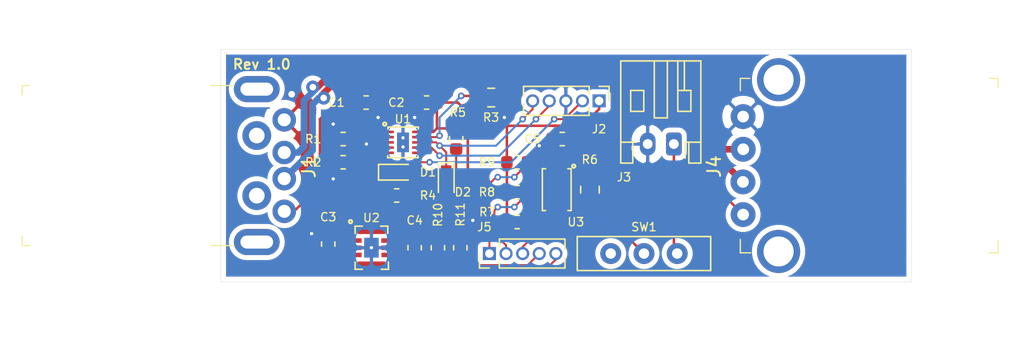
<source format=kicad_pcb>
(kicad_pcb (version 20221018) (generator pcbnew)
  (title_block (title "Power Subsystem Prototype") (date "2019-06-27") (rev "v1.0") (company "Author: Adam Eccles") (comment 1 "For nRF52840 dongle"))
  (layers (0 "F.Cu" signal) (31 "B.Cu" signal) (35 "F.Paste" user) (36 "B.SilkS" user "B.Silkscreen") (37 "F.SilkS" user "F.Silkscreen") (38 "B.Mask" user) (39 "F.Mask" user) (44 "Edge.Cuts" user))
  (net 0 "")
  (net 1 "VUSB")
  (net 2 "GNDREF")
  (net 3 "S+")
  (net 4 "1p8Vout")
  (net 5 "Net-(D1-Pad2)")
  (net 6 "PG")
  (net 7 "CHG")
  (net 8 "Net-(D2-Pad2)")
  (net 9 "D+")
  (net 10 "D-")
  (net 11 "ISET2")
  (net 12 "Net-(J3-Pad1)")
  (net 13 "CE")
  (net 14 "Net-(J5-Pad2)")
  (net 15 "Net-(R1-Pad1)")
  (net 16 "Net-(R2-Pad1)")
  (net 17 "S-")
  (net 18 "Net-(SW1-Pad3)")
  (net 19 "Net-(U1-Pad6)")
  (net 20 "Net-(U2-Pad5)")
  (net 21 "Net-(U2-Pad1)")
  (net 22 "Net-(U3-Pad7)")
  (net 23 "Net-(R3-Pad1)")
  (net 24 "CC")
  (net 25 "SCL")
  (footprint "Charger Prototype:USB_A_Female_UE27AC54100_3d" (layer "F.Cu") (at 142.748 92.71 90)
    (fp_text reference "J4" (at -0.075 -4.925 90) (layer "F.SilkS"))
    (fp_text value "USBA_Female")
    (fp_line (start -6.675 -2.925) (end -6.675 -2.125) (stroke (width 0.1)) (layer "F.SilkS"))
    (fp_line (start -6.675 16.775) (end -6.675 16.1) (stroke (width 0.1)) (layer "F.SilkS"))
    (fp_line (start -5.7 16.775) (end -6.675 16.775) (stroke (width 0.1)) (layer "F.SilkS"))
    (fp_line (start -5.65 -2.925) (end -6.675 -2.925) (stroke (width 0.1)) (layer "F.SilkS"))
    (fp_line (start 5.725 -2.925) (end 6.675 -2.925) (stroke (width 0.1)) (layer "F.SilkS"))
    (fp_line (start 6.675 -2.925) (end 6.675 -2.2) (stroke (width 0.1)) (layer "F.SilkS"))
    (fp_line (start 6.675 16.125) (end 6.675 16.775) (stroke (width 0.1)) (layer "F.SilkS"))
    (fp_line (start 6.675 16.775) (end 5.975 16.775) (stroke (width 0.1)) (layer "F.SilkS"))
    (pad "1" thru_hole circle (at -3.75 -2.71 90) (size 1.9 1.9) (drill 0.9) (layers "*.Cu" "*.Mask") (net 1 "VUSB"))
    (pad "2" thru_hole circle (at -1.25 -2.725 90) (size 1.9 1.9) (drill 0.9) (layers "*.Cu" "*.Mask") (net 10 "D-"))
    (pad "3" thru_hole circle (at 1.25 -2.7 90) (size 1.9 1.9) (drill 0.9) (layers "*.Cu" "*.Mask") (net 9 "D+"))
    (pad "4" thru_hole circle (at 3.75 -2.71 90) (size 1.9 1.9) (drill 0.9) (layers "*.Cu" "*.Mask") (net 2 "GNDREF"))
    (pad "SH" thru_hole circle (at -6.57 0 90) (size 3.3 3.3) (drill 2.3) (layers "*.Cu" "*.Mask"))
    (pad "SH" thru_hole circle (at 6.57 0 90) (size 3.3 3.3) (drill 2.3) (layers "*.Cu" "*.Mask"))
  )
  (footprint "Charger Prototype:Wurth_SPDT_Slide_450301014042" (layer "F.Cu") (at 132.461 99.441 180)
    (fp_text reference "SW1" (at 0 2.032) (layer "F.SilkS") (effects (font (size 0.635 0.635) (thickness 0.1016))))
    (fp_text value "SW_SPDT")
    (fp_line (start -5.1 -1.3) (end -5.1 1.3) (stroke (width 0.12)) (layer "F.SilkS"))
    (fp_line (start -5.1 1.3) (end 5.1 1.3) (stroke (width 0.12)) (layer "F.SilkS"))
    (fp_line (start 5.1 -1.3) (end -5.1 -1.3) (stroke (width 0.12)) (layer "F.SilkS"))
    (fp_line (start 5.1 1.3) (end 5.1 -1.3) (stroke (width 0.12)) (layer "F.SilkS"))
    (pad "1" thru_hole circle (at 0 0 180) (size 1.6 1.6) (drill 0.8) (layers "*.Cu" "*.Mask") (net 17 "S-"))
    (pad "2" thru_hole circle (at -2.54 0 180) (size 1.6 1.6) (drill 0.8) (layers "*.Cu" "*.Mask") (net 12 "Net-(J3-Pad1)"))
    (pad "3" thru_hole circle (at 2.54 0 180) (size 1.6 1.6) (drill 0.8) (layers "*.Cu" "*.Mask") (net 18 "Net-(SW1-Pad3)"))
  )
  (footprint "Charger Prototype:USB_Male_A_UP2-AH-1-TH_3d" (layer "F.Cu") (at 102.87 92.71 -90)
    (fp_text reference "J1" (at 0.1 -3.975 90) (layer "F.SilkS"))
    (fp_text value "USBA_Male")
    (fp_line (start -6.125 1.8) (end -6.125 3.575) (stroke (width 0.1)) (layer "F.SilkS"))
    (fp_line (start -6.125 17.925) (end -6.125 17.375) (stroke (width 0.1)) (layer "F.SilkS"))
    (fp_line (start -5.425 17.925) (end -6.125 17.925) (stroke (width 0.1)) (layer "F.SilkS"))
    (fp_line (start 5.4 17.925) (end 6.125 17.925) (stroke (width 0.1)) (layer "F.SilkS"))
    (fp_line (start 6.125 1.8) (end 6.125 2.575) (stroke (width 0.1)) (layer "F.SilkS"))
    (fp_line (start 6.125 2.55) (end 6.125 3.5) (stroke (width 0.1)) (layer "F.SilkS"))
    (fp_line (start 6.125 17.925) (end 6.125 17.325) (stroke (width 0.1)) (layer "F.SilkS"))
    (pad "1" thru_hole circle (at 3.5 -2.1 270) (size 1.8 1.8) (drill 1) (layers "*.Cu" "*.Mask") (net 1 "VUSB"))
    (pad "2" thru_hole circle (at 1 -2.1 270) (size 1.8 1.8) (drill 1) (layers "*.Cu" "*.Mask") (net 10 "D-"))
    (pad "3" thru_hole circle (at -1 -2.1 270) (size 1.8 1.8) (drill 1) (layers "*.Cu" "*.Mask") (net 9 "D+"))
    (pad "4" thru_hole circle (at -3.5 -2.1 270) (size 1.8 1.8) (drill 1) (layers "*.Cu" "*.Mask") (net 2 "GNDREF"))
    (pad "SH" thru_hole oval (at -5.85 0 270) (size 2 3.5) (drill oval 1 2.5) (layers "*.Cu" "*.Mask"))
    (pad "SH" thru_hole circle (at -2.3 0 270) (size 2.2 2.2) (drill 1.2) (layers "*.Cu" "*.Mask"))
    (pad "SH" thru_hole circle (at 2.3 0 270) (size 2.2 2.2) (drill 1.2) (layers "*.Cu" "*.Mask"))
    (pad "SH" thru_hole oval (at 5.85 0 270) (size 2 3.5) (drill oval 1 2.5) (layers "*.Cu" "*.Mask"))
  )
  (footprint "Charger Prototype:XCL210_10mil" (layer "F.Cu") (at 111.633 98.9965 -90)
    (fp_text reference "U2" (at -2.286 0 180) (layer "F.SilkS") (effects (font (size 0.635 0.635) (thickness 0.1016))))
    (fp_text value "XCL210D")
    (fp_line (start -1.65 -0.7) (end -1.65 -1.25) (stroke (width 0.12)) (layer "F.SilkS"))
    (fp_line (start -1.65 1.25) (end -1.65 0.7) (stroke (width 0.12)) (layer "F.SilkS"))
    (fp_line (start -1.1 -1.25) (end -1.65 -1.25) (stroke (width 0.12)) (layer "F.SilkS"))
    (fp_line (start -1.1 1.25) (end -1.65 1.25) (stroke (width 0.12)) (layer "F.SilkS"))
    (fp_line (start 1.65 -1.3) (end 1.1 -1.3) (stroke (width 0.12)) (layer "F.SilkS"))
    (fp_line (start 1.65 -0.75) (end 1.65 -1.3) (stroke (width 0.12)) (layer "F.SilkS"))
    (fp_line (start 1.65 1.25) (end 1.1 1.25) (stroke (width 0.12)) (layer "F.SilkS"))
    (fp_line (start 1.65 1.25) (end 1.65 0.7) (stroke (width 0.12)) (layer "F.SilkS"))
    (fp_circle (center -2 1.6) (end -1.95 1.6) (stroke (width 0.15)) (fill none) (layer "F.SilkS"))
    (pad "1" smd rect (at -0.55 1.4375 270) (size 0.35 1.375) (layers "F.Cu" "F.Mask") (net 21 "Net-(U2-Pad1)"))
    (pad "2" smd rect (at 0 1.4375 270) (size 0.35 1.375) (layers "F.Cu" "F.Mask") (net 2 "GNDREF"))
    (pad "3" smd rect (at 0.55 1.4375 270) (size 0.35 1.375) (layers "F.Cu" "F.Mask") (net 4 "1p8Vout"))
    (pad "4" smd rect (at 0.55 -1.45 270) (size 0.35 1.375) (layers "F.Cu" "F.Mask") (net 13 "CE"))
    (pad "5" smd rect (at 0 -1.4375 270) (size 0.35 1.375) (layers "F.Cu" "F.Mask") (net 20 "Net-(U2-Pad5)"))
    (pad "6" smd rect (at -0.55 -1.4375 270) (size 0.35 1.375) (layers "F.Cu" "F.Mask") (net 3 "S+"))
    (pad "7" smd rect (at -1.25 0 270) (size 0.4 2.1) (layers "F.Cu" "F.Mask") (net 21 "Net-(U2-Pad1)"))
    (pad "8" smd rect (at 1.25 0 270) (size 0.4 2.1) (layers "F.Cu" "F.Mask") (net 4 "1p8Vout"))
    (pad "9" thru_hole rect (at 0 0 270) (size 1.5 1.1) (drill 0.254) (layers "*.Cu" "F.Mask") (net 2 "GNDREF"))
  )
  (footprint "Resistor_SMD:R_0603_1608Metric" (layer "F.Cu") (at 118.11 90.6525 90)
    (fp_text reference "R5" (at 2.0065 0.127 180) (layer "F.SilkS") (effects (font (size 0.635 0.635) (thickness 0.1016))))
    (fp_text value "1.5k")
    (fp_line (start -0.162779 -0.51) (end 0.162779 -0.51) (stroke (width 0.12)) (layer "F.SilkS"))
    (fp_line (start -0.162779 0.51) (end 0.162779 0.51) (stroke (width 0.12)) (layer "F.SilkS"))
    (pad "1" smd roundrect (at -0.7875 0 90) (size 0.875 0.95) (layers "F.Cu" "F.Paste" "F.Mask") (net 8 "Net-(D2-Pad2)"))
    (pad "2" smd roundrect (at 0.7875 0 90) (size 0.875 0.95) (layers "F.Cu" "F.Paste" "F.Mask") (net 3 "S+"))
  )
  (footprint "Charger Prototype:BQ24040_10mil" (layer "F.Cu") (at 114.046 90.932)
    (fp_text reference "U1" (at 0 -1.778) (layer "F.SilkS") (effects (font (size 0.635 0.635) (thickness 0.1016))))
    (fp_text value "BQ24040")
    (fp_line (start -1.175 1.175) (end -1.175 1.025) (stroke (width 0.12)) (layer "F.SilkS"))
    (fp_line (start -1.15 -1.175) (end -1.15 -1.025) (stroke (width 0.12)) (layer "F.SilkS"))
    (fp_line (start 1.15 1.175) (end -1.175 1.175) (stroke (width 0.12)) (layer "F.SilkS"))
    (fp_line (start 1.15 1.175) (end 1.15 1.025) (stroke (width 0.12)) (layer "F.SilkS"))
    (fp_line (start 1.175 -1.175) (end -1.15 -1.175) (stroke (width 0.12)) (layer "F.SilkS"))
    (fp_line (start 1.175 -1.175) (end 1.175 -1.025) (stroke (width 0.12)) (layer "F.SilkS"))
    (fp_circle (center -1.4 -1.4) (end -1.35 -1.4) (stroke (width 0.15)) (fill none) (layer "F.SilkS"))
    (pad "1" smd roundrect (at -1.425 -0.8) (size 1.45 0.2) (layers "F.Cu" "F.Mask") (roundrect_rratio 0.062) (net 1 "VUSB"))
    (pad "2" smd roundrect (at -1.425 -0.4) (size 1.45 0.2) (layers "F.Cu" "F.Mask") (roundrect_rratio 0.062) (net 15 "Net-(R1-Pad1)"))
    (pad "3" smd roundrect (at -1.425 0) (size 1.45 0.2) (layers "F.Cu" "F.Mask") (roundrect_rratio 0.062) (net 2 "GNDREF"))
    (pad "4" smd roundrect (at -1.425 0.4) (size 1.45 0.2) (layers "F.Cu" "F.Mask") (roundrect_rratio 0.062) (net 16 "Net-(R2-Pad1)"))
    (pad "5" smd roundrect (at -1.425 0.8) (size 1.45 0.2) (layers "F.Cu" "F.Mask") (roundrect_rratio 0.062) (net 6 "PG"))
    (pad "6" smd roundrect (at 1.425 0.8) (size 1.45 0.2) (layers "F.Cu" "F.Mask") (roundrect_rratio 0.062) (net 19 "Net-(U1-Pad6)"))
    (pad "7" smd roundrect (at 1.425 0.4) (size 1.45 0.2) (layers "F.Cu" "F.Mask") (roundrect_rratio 0.062) (net 11 "ISET2"))
    (pad "8" smd roundrect (at 1.425 0) (size 1.45 0.2) (layers "F.Cu" "F.Mask") (roundrect_rratio 0.062) (net 7 "CHG"))
    (pad "9" smd roundrect (at 1.425 -0.4) (size 1.45 0.2) (layers "F.Cu" "F.Mask") (roundrect_rratio 0.062) (net 23 "Net-(R3-Pad1)"))
    (pad "10" smd roundrect (at 1.425 -0.8) (size 1.45 0.2) (layers "F.Cu" "F.Mask") (roundrect_rratio 0.062) (net 3 "S+"))
    (pad "11" thru_hole roundrect (at 0 -0.35) (size 0.9 0.8) (drill 0.254) (layers "*.Cu" "F.Mask") (roundrect_rratio 0.05) (net 2 "GNDREF"))
    (pad "11" thru_hole roundrect (at 0 0.35) (size 0.9 0.8) (drill 0.254) (layers "*.Cu" "F.Mask") (roundrect_rratio 0.05) (net 2 "GNDREF"))
  )
  (footprint "Resistor_SMD:R_0805_2012Metric_Pad1.15x1.40mm_HandSolder" (layer "F.Cu") (at 120.786 87.503)
    (fp_text reference "R3" (at -0.009 1.524) (layer "F.SilkS") (effects (font (size 0.635 0.635) (thickness 0.1016))))
    (fp_text value "103AT")
    (fp_line (start -0.261252 -0.71) (end 0.261252 -0.71) (stroke (width 0.12)) (layer "F.SilkS"))
    (fp_line (start -0.261252 0.71) (end 0.261252 0.71) (stroke (width 0.12)) (layer "F.SilkS"))
    (pad "1" smd roundrect (at -1.025 0) (size 1.15 1.4) (layers "F.Cu" "F.Paste" "F.Mask") (roundrect_rratio 0.217391) (net 23 "Net-(R3-Pad1)"))
    (pad "2" smd roundrect (at 1.025 0) (size 1.15 1.4) (layers "F.Cu" "F.Paste" "F.Mask") (roundrect_rratio 0.217391) (net 2 "GNDREF"))
  )
  (footprint "Resistor_SMD:R_0603_1608Metric" (layer "F.Cu") (at 116.713 98.9965 -90)
    (fp_text reference "R10" (at -2.5145 0 90) (layer "F.SilkS") (effects (font (size 0.635 0.635) (thickness 0.1016))))
    (fp_text value "DNS")
    (fp_line (start -0.162779 -0.51) (end 0.162779 -0.51) (stroke (width 0.12)) (layer "F.SilkS"))
    (fp_line (start -0.162779 0.51) (end 0.162779 0.51) (stroke (width 0.12)) (layer "F.SilkS"))
    (pad "1" smd roundrect (at -0.7875 0 270) (size 0.875 0.95) (layers "F.Cu" "F.Paste" "F.Mask") (net 3 "S+"))
    (pad "2" smd roundrect (at 0.7875 0 270) (size 0.875 0.95) (layers "F.Cu" "F.Paste" "F.Mask") (net 13 "CE"))
  )
  (footprint "Resistor_SMD:R_0603_1608Metric" (layer "F.Cu") (at 118.4275 98.9965 90)
    (fp_text reference "R11" (at 2.54 0 90) (layer "F.SilkS") (effects (font (size 0.635 0.635) (thickness 0.1016))))
    (fp_text value "DNS")
    (fp_line (start -0.162779 -0.51) (end 0.162779 -0.51) (stroke (width 0.12)) (layer "F.SilkS"))
    (fp_line (start -0.162779 0.51) (end 0.162779 0.51) (stroke (width 0.12)) (layer "F.SilkS"))
    (pad "1" smd roundrect (at -0.7875 0 90) (size 0.875 0.95) (layers "F.Cu" "F.Paste" "F.Mask") (net 13 "CE"))
    (pad "2" smd roundrect (at 0.7875 0 90) (size 0.875 0.95) (layers "F.Cu" "F.Paste" "F.Mask") (net 2 "GNDREF"))
  )
  (footprint "Resistor_SMD:R_0603_1608Metric" (layer "F.Cu") (at 122.771 92.456)
    (fp_text reference "R9" (at -2.3115 0) (layer "F.SilkS") (effects (font (size 0.635 0.635) (thickness 0.1016))))
    (fp_text value "2k")
    (fp_line (start -0.162779 -0.51) (end 0.162779 -0.51) (stroke (width 0.12)) (layer "F.SilkS"))
    (fp_line (start -0.162779 0.51) (end 0.162779 0.51) (stroke (width 0.12)) (layer "F.SilkS"))
    (pad "1" smd roundrect (at -0.7875 0) (size 0.875 0.95) (layers "F.Cu" "F.Paste" "F.Mask") (net 3 "S+"))
    (pad "2" smd roundrect (at 0.7875 0) (size 0.875 0.95) (layers "F.Cu" "F.Paste" "F.Mask") (net 25 "SCL"))
  )
  (footprint "Resistor_SMD:R_0603_1608Metric" (layer "F.Cu") (at 122.771 94.742)
    (fp_text reference "R8" (at -2.3115 0) (layer "F.SilkS") (effects (font (size 0.635 0.635) (thickness 0.1016))))
    (fp_text value "2k")
    (fp_line (start -0.162779 -0.51) (end 0.162779 -0.51) (stroke (width 0.12)) (layer "F.SilkS"))
    (fp_line (start -0.162779 0.51) (end 0.162779 0.51) (stroke (width 0.12)) (layer "F.SilkS"))
    (pad "1" smd roundrect (at -0.7875 0) (size 0.875 0.95) (layers "F.Cu" "F.Paste" "F.Mask") (net 3 "S+"))
    (pad "2" smd roundrect (at 0.7875 0) (size 0.875 0.95) (layers "F.Cu" "F.Paste" "F.Mask") (net 14 "Net-(J5-Pad2)"))
  )
  (footprint "Resistor_SMD:R_0805_2012Metric" (layer "F.Cu") (at 128.3335 94.5515 -90)
    (fp_text reference "R6" (at -2.2987 0.0127 180) (layer "F.SilkS") (effects (font (size 0.635 0.635) (thickness 0.1016))))
    (fp_text value "75m")
    (fp_line (start -0.258578 -0.71) (end 0.258578 -0.71) (stroke (width 0.12)) (layer "F.SilkS"))
    (fp_line (start -0.258578 0.71) (end 0.258578 0.71) (stroke (width 0.12)) (layer "F.SilkS"))
    (pad "1" smd roundrect (at -0.9375 0 270) (size 0.975 1.4) (layers "F.Cu" "F.Paste" "F.Mask") (net 3 "S+"))
    (pad "2" smd roundrect (at 0.9375 0 270) (size 0.975 1.4) (layers "F.Cu" "F.Paste" "F.Mask") (net 17 "S-"))
  )
  (footprint "Resistor_SMD:R_0603_1608Metric" (layer "F.Cu") (at 122.771 97.028)
    (fp_text reference "R7" (at -2.286 -0.762) (layer "F.SilkS") (effects (font (size 0.635 0.635) (thickness 0.1016))))
    (fp_text value "2k")
    (fp_line (start -0.162779 -0.51) (end 0.162779 -0.51) (stroke (width 0.12)) (layer "F.SilkS"))
    (fp_line (start -0.162779 0.51) (end 0.162779 0.51) (stroke (width 0.12)) (layer "F.SilkS"))
    (pad "1" smd roundrect (at -0.7875 0) (size 0.875 0.95) (layers "F.Cu" "F.Paste" "F.Mask") (net 3 "S+"))
    (pad "2" smd roundrect (at 0.7875 0) (size 0.875 0.95) (layers "F.Cu" "F.Paste" "F.Mask") (net 24 "CC"))
  )
  (footprint "Resistor_SMD:R_0603_1608Metric" (layer "F.Cu") (at 113.5635 94.996 180)
    (fp_text reference "R4" (at -2.3875 0) (layer "F.SilkS") (effects (font (size 0.635 0.635) (thickness 0.1016))))
    (fp_text value "1.5k")
    (fp_line (start -0.162779 -0.51) (end 0.162779 -0.51) (stroke (width 0.12)) (layer "F.SilkS"))
    (fp_line (start -0.162779 0.51) (end 0.162779 0.51) (stroke (width 0.12)) (layer "F.SilkS"))
    (pad "1" smd roundrect (at -0.7875 0 180) (size 0.875 0.95) (layers "F.Cu" "F.Paste" "F.Mask") (net 3 "S+"))
    (pad "2" smd roundrect (at 0.7875 0 180) (size 0.875 0.95) (layers "F.Cu" "F.Paste" "F.Mask") (net 5 "Net-(D1-Pad2)"))
  )
  (footprint "Charger Prototype:LTC2942" (layer "F.Cu") (at 125.7935 94.5515 180)
    (fp_text reference "U3" (at -1.4605 -2.4765) (layer "F.SilkS") (effects (font (size 0.635 0.635) (thickness 0.1016))))
    (fp_text value "LTC2942")
    (fp_line (start -1.1 -1.6) (end -0.85 -1.6) (stroke (width 0.12)) (layer "F.SilkS"))
    (fp_line (start -1.1 1.6) (end -1.1 -1.6) (stroke (width 0.12)) (layer "F.SilkS"))
    (fp_line (start -1.1 1.6) (end -0.85 1.6) (stroke (width 0.12)) (layer "F.SilkS"))
    (fp_line (start 1.1 -1.6) (end 0.85 -1.6) (stroke (width 0.12)) (layer "F.SilkS"))
    (fp_line (start 1.1 -1.6) (end 1.1 1.6) (stroke (width 0.12)) (layer "F.SilkS"))
    (fp_line (start 1.1 1.6) (end 0.85 1.6) (stroke (width 0.12)) (layer "F.SilkS"))
    (fp_circle (center -1.3 1.8) (end -1.25 1.8) (stroke (width 0.15)) (fill none) (layer "F.SilkS"))
    (pad "1" smd roundrect (at -0.5 1.925 180) (size 0.25 1.7) (layers "F.Cu" "F.Mask") (roundrect_rratio 0.46) (net 3 "S+"))
    (pad "2" smd roundrect (at 0 1.925 180) (size 0.25 1.7) (layers "F.Cu" "F.Mask") (roundrect_rratio 0.46) (net 2 "GNDREF"))
    (pad "3" smd roundrect (at 0.5 1.925 180) (size 0.25 1.7) (layers "F.Cu" "F.Mask") (roundrect_rratio 0.46) (net 25 "SCL"))
    (pad "4" smd roundrect (at 0.5 -1.925 180) (size 0.25 1.7) (layers "F.Cu" "F.Mask") (roundrect_rratio 0.46) (net 14 "Net-(J5-Pad2)"))
    (pad "5" smd roundrect (at 0 -1.925 180) (size 0.25 1.7) (layers "F.Cu" "F.Mask") (roundrect_rratio 0.46) (net 24 "CC"))
    (pad "6" smd roundrect (at -0.5 -1.925 180) (size 0.25 1.7) (layers "F.Cu" "F.Mask") (roundrect_rratio 0.46) (net 17 "S-"))
    (pad "7" smd roundrect (at 0 0 180) (size 1.35 1.65) (layers "F.Cu" "F.Mask") (roundrect_rratio 0.037) (net 22 "Net-(U3-Pad7)"))
  )
  (footprint "Charger Prototype:SML-D12" (layer "F.Cu") (at 113.601 93.218)
    (fp_text reference "D1" (at 2.349 0) (layer "F.SilkS") (effects (font (size 0.635 0.635) (thickness 0.1016))))
    (fp_text value "LED")
    (fp_line (start -1.425 0.6) (end -1.425 -0.6) (stroke (width 0.12)) (layer "F.SilkS"))
    (fp_line (start 0.85 -0.6) (end -1.425 -0.6) (stroke (width 0.12)) (layer "F.SilkS"))
    (fp_line (start 0.85 0.6) (end -1.425 0.6) (stroke (width 0.12)) (layer "F.SilkS"))
    (pad "1" smd rect (at -0.825 0) (size 0.8 0.8) (layers "F.Cu" "F.Paste" "F.Mask") (net 6 "PG"))
    (pad "2" smd rect (at 0.825 0) (size 0.8 0.8) (layers "F.Cu" "F.Paste" "F.Mask") (net 5 "Net-(D1-Pad2)"))
  )
  (footprint "Capacitor_SMD:C_0603_1608Metric" (layer "F.Cu") (at 114.935 98.9965 90)
    (fp_text reference "C4" (at 2.0955 0 180) (layer "F.SilkS") (effects (font (size 0.635 0.635) (thickness 0.1016))))
    (fp_text value "10u")
    (fp_line (start -0.162779 -0.51) (end 0.162779 -0.51) (stroke (width 0.12)) (layer "F.SilkS"))
    (fp_line (start -0.162779 0.51) (end 0.162779 0.51) (stroke (width 0.12)) (layer "F.SilkS"))
    (pad "1" smd roundrect (at -0.7875 0 90) (size 0.875 0.95) (layers "F.Cu" "F.Paste" "F.Mask") (net 2 "GNDREF"))
    (pad "2" smd roundrect (at 0.7875 0 90) (size 0.875 0.95) (layers "F.Cu" "F.Paste" "F.Mask") (net 3 "S+"))
  )
  (footprint "Capacitor_SMD:C_0603_1608Metric" (layer "F.Cu") (at 108.331 98.717 90)
    (fp_text reference "C3" (at 2.07 0 180) (layer "F.SilkS") (effects (font (size 0.635 0.635) (thickness 0.1016))))
    (fp_text value "22u")
    (fp_line (start -0.162779 -0.51) (end 0.162779 -0.51) (stroke (width 0.12)) (layer "F.SilkS"))
    (fp_line (start -0.162779 0.51) (end 0.162779 0.51) (stroke (width 0.12)) (layer "F.SilkS"))
    (pad "1" smd roundrect (at -0.7875 0 90) (size 0.875 0.95) (layers "F.Cu" "F.Paste" "F.Mask") (net 4 "1p8Vout"))
    (pad "2" smd roundrect (at 0.7875 0 90) (size 0.875 0.95) (layers "F.Cu" "F.Paste" "F.Mask") (net 2 "GNDREF"))
  )
  (footprint "Capacitor_SMD:C_0603_1608Metric" (layer "F.Cu") (at 126.2125 90.678 180)
    (fp_text reference "C5" (at 2.2605 0) (layer "F.SilkS") (effects (font (size 0.635 0.635) (thickness 0.1016))))
    (fp_text value "0.1u")
    (fp_line (start -0.162779 -0.51) (end 0.162779 -0.51) (stroke (width 0.12)) (layer "F.SilkS"))
    (fp_line (start -0.162779 0.51) (end 0.162779 0.51) (stroke (width 0.12)) (layer "F.SilkS"))
    (pad "1" smd roundrect (at -0.7875 0 180) (size 0.875 0.95) (layers "F.Cu" "F.Paste" "F.Mask") (net 3 "S+"))
    (pad "2" smd roundrect (at 0.7875 0 180) (size 0.875 0.95) (layers "F.Cu" "F.Paste" "F.Mask") (net 2 "GNDREF"))
  )
  (footprint "Connector_PinHeader_1.27mm:PinHeader_1x05_P1.27mm_Vertical" (layer "F.Cu") (at 120.65 99.441 90)
    (fp_text reference "J5" (at 2.032 -0.381 180) (layer "F.SilkS") (effects (font (size 0.635 0.635) (thickness 0.1016))))
    (fp_text value "Conn_01x05_Female")
    (fp_line (start -1.11 -0.76) (end 0 -0.76) (stroke (width 0.12)) (layer "F.SilkS"))
    (fp_line (start -1.11 0) (end -1.11 -0.76) (stroke (width 0.12)) (layer "F.SilkS"))
    (fp_line (start -1.11 0.76) (end -1.11 5.775) (stroke (width 0.12)) (layer "F.SilkS"))
    (fp_line (start -1.11 0.76) (end -0.563471 0.76) (stroke (width 0.12)) (layer "F.SilkS"))
    (fp_line (start -1.11 5.775) (end -0.30753 5.775) (stroke (width 0.12)) (layer "F.SilkS"))
    (fp_line (start 0.30753 5.775) (end 1.11 5.775) (stroke (width 0.12)) (layer "F.SilkS"))
    (fp_line (start 0.563471 0.76) (end 1.11 0.76) (stroke (width 0.12)) (layer "F.SilkS"))
    (fp_line (start 1.11 0.76) (end 1.11 5.775) (stroke (width 0.12)) (layer "F.SilkS"))
    (pad "1" thru_hole rect (at 0 0 90) (size 1 1) (drill 0.65) (layers "*.Cu" "*.Mask") (net 25 "SCL"))
    (pad "2" thru_hole oval (at 0 1.27 90) (size 1 1) (drill 0.65) (layers "*.Cu" "*.Mask") (net 14 "Net-(J5-Pad2)"))
    (pad "3" thru_hole oval (at 0 2.54 90) (size 1 1) (drill 0.65) (layers "*.Cu" "*.Mask") (net 24 "CC"))
    (pad "4" thru_hole oval (at 0 3.81 90) (size 1 1) (drill 0.65) (layers "*.Cu" "*.Mask") (net 13 "CE"))
    (pad "5" thru_hole oval (at 0 5.08 90) (size 1 1) (drill 0.65) (layers "*.Cu" "*.Mask") (net 4 "1p8Vout"))
  )
  (footprint "Capacitor_SMD:C_0603_1608Metric" (layer "F.Cu") (at 111.2265 87.884)
    (fp_text reference "C1" (at -2.2605 0) (layer "F.SilkS") (effects (font (size 0.635 0.635) (thickness 0.1016))))
    (fp_text value "1u")
    (fp_line (start -0.162779 -0.51) (end 0.162779 -0.51) (stroke (width 0.12)) (layer "F.SilkS"))
    (fp_line (start -0.162779 0.51) (end 0.162779 0.51) (stroke (width 0.12)) (layer "F.SilkS"))
    (pad "1" smd roundrect (at -0.7875 0) (size 0.875 0.95) (layers "F.Cu" "F.Paste" "F.Mask") (net 1 "VUSB"))
    (pad "2" smd roundrect (at 0.7875 0) (size 0.875 0.95) (layers "F.Cu" "F.Paste" "F.Mask") (net 2 "GNDREF"))
  )
  (footprint "Charger Prototype:SML-D12" (layer "F.Cu") (at 117.348 93.917 -90)
    (fp_text reference "D2" (at 0.825 -1.27 180) (layer "F.SilkS") (effects (font (size 0.635 0.635) (thickness 0.1016))))
    (fp_text value "LED")
    (fp_line (start -1.425 0.6) (end -1.425 -0.6) (stroke (width 0.12)) (layer "F.SilkS"))
    (fp_line (start 0.85 -0.6) (end -1.425 -0.6) (stroke (width 0.12)) (layer "F.SilkS"))
    (fp_line (start 0.85 0.6) (end -1.425 0.6) (stroke (width 0.12)) (layer "F.SilkS"))
    (pad "1" smd rect (at -0.825 0 270) (size 0.8 0.8) (layers "F.Cu" "F.Paste" "F.Mask") (net 7 "CHG"))
    (pad "2" smd rect (at 0.825 0 270) (size 0.8 0.8) (layers "F.Cu" "F.Paste" "F.Mask") (net 8 "Net-(D2-Pad2)"))
  )
  (footprint "Capacitor_SMD:C_0603_1608Metric" (layer "F.Cu") (at 115.8495 87.884 180)
    (fp_text reference "C2" (at 2.3115 0) (layer "F.SilkS") (effects (font (size 0.635 0.635) (thickness 0.1016))))
    (fp_text value "1u")
    (fp_line (start -0.162779 -0.51) (end 0.162779 -0.51) (stroke (width 0.12)) (layer "F.SilkS"))
    (fp_line (start -0.162779 0.51) (end 0.162779 0.51) (stroke (width 0.12)) (layer "F.SilkS"))
    (pad "1" smd roundrect (at -0.7875 0 180) (size 0.875 0.95) (layers "F.Cu" "F.Paste" "F.Mask") (net 3 "S+"))
    (pad "2" smd roundrect (at 0.7875 0 180) (size 0.875 0.95) (layers "F.Cu" "F.Paste" "F.Mask") (net 2 "GNDREF"))
  )
  (footprint "Resistor_SMD:R_0603_1608Metric" (layer "F.Cu") (at 109.474 92.456 180)
    (fp_text reference "R2" (at 2.286 0) (layer "F.SilkS") (effects (font (size 0.635 0.635) (thickness 0.1016))))
    (fp_text value "2k")
    (fp_line (start -0.162779 -0.51) (end 0.162779 -0.51) (stroke (width 0.12)) (layer "F.SilkS"))
    (fp_line (start -0.162779 0.51) (end 0.162779 0.51) (stroke (width 0.12)) (layer "F.SilkS"))
    (pad "1" smd roundrect (at -0.7875 0 180) (size 0.875 0.95) (layers "F.Cu" "F.Paste" "F.Mask") (net 16 "Net-(R2-Pad1)"))
    (pad "2" smd roundrect (at 0.7875 0 180) (size 0.875 0.95) (layers "F.Cu" "F.Paste" "F.Mask") (net 2 "GNDREF"))
  )
  (footprint "Resistor_SMD:R_0603_1608Metric" (layer "F.Cu") (at 109.474 90.678 180)
    (fp_text reference "R1" (at 2.286 0) (layer "F.SilkS") (effects (font (size 0.635 0.635) (thickness 0.1016))))
    (fp_text value "4.5k")
    (fp_line (start -0.162779 -0.51) (end 0.162779 -0.51) (stroke (width 0.12)) (layer "F.SilkS"))
    (fp_line (start -0.162779 0.51) (end 0.162779 0.51) (stroke (width 0.12)) (layer "F.SilkS"))
    (pad "1" smd roundrect (at -0.7875 0 180) (size 0.875 0.95) (layers "F.Cu" "F.Paste" "F.Mask") (net 15 "Net-(R1-Pad1)"))
    (pad "2" smd roundrect (at 0.7875 0 180) (size 0.875 0.95) (layers "F.Cu" "F.Paste" "F.Mask") (net 2 "GNDREF"))
  )
  (footprint "Connector_JST:JST_PH_S2B-PH-K_1x02_P2.00mm_Horizontal" (layer "F.Cu") (at 134.747 91.059 180)
    (fp_text reference "J3" (at 3.81 -2.54) (layer "F.SilkS") (effects (font (size 0.635 0.635) (thickness 0.1016))))
    (fp_text value "JST_CONN")
    (fp_line (start -2.06 -1.46) (end -2.06 6.36) (stroke (width 0.12)) (layer "F.SilkS"))
    (fp_line (start -2.06 0.14) (end -1.14 0.14) (stroke (width 0.12)) (layer "F.SilkS"))
    (fp_line (start -2.06 6.36) (end 4.06 6.36) (stroke (width 0.12)) (layer "F.SilkS"))
    (fp_line (start -1.3 2.5) (end -1.3 4.1) (stroke (width 0.12)) (layer "F.SilkS"))
    (fp_line (start -1.3 4.1) (end -0.3 4.1) (stroke (width 0.12)) (layer "F.SilkS"))
    (fp_line (start -1.14 -1.46) (end -2.06 -1.46) (stroke (width 0.12)) (layer "F.SilkS"))
    (fp_line (start -1.14 0.14) (end -1.14 -1.46) (stroke (width 0.12)) (layer "F.SilkS"))
    (fp_line (start -0.86 0.14) (end -1.14 0.14) (stroke (width 0.12)) (layer "F.SilkS"))
    (fp_line (start -0.86 0.14) (end -0.86 -1.075) (stroke (width 0.12)) (layer "F.SilkS"))
    (fp_line (start -0.8 4.1) (end -0.8 6.36) (stroke (width 0.12)) (layer "F.SilkS"))
    (fp_line (start -0.3 2.5) (end -1.3 2.5) (stroke (width 0.12)) (layer "F.SilkS"))
    (fp_line (start -0.3 4.1) (end -0.3 2.5) (stroke (width 0.12)) (layer "F.SilkS"))
    (fp_line (start -0.3 4.1) (end -0.3 6.36) (stroke (width 0.12)) (layer "F.SilkS"))
    (fp_line (start 0.5 2) (end 1.5 2) (stroke (width 0.12)) (layer "F.SilkS"))
    (fp_line (start 0.5 6.36) (end 0.5 2) (stroke (width 0.12)) (layer "F.SilkS"))
    (fp_line (start 1.5 2) (end 1.5 6.36) (stroke (width 0.12)) (layer "F.SilkS"))
    (fp_line (start 2.3 2.5) (end 3.3 2.5) (stroke (width 0.12)) (layer "F.SilkS"))
    (fp_line (start 2.3 4.1) (end 2.3 2.5) (stroke (width 0.12)) (layer "F.SilkS"))
    (fp_line (start 3.14 -1.46) (end 3.14 0.14) (stroke (width 0.12)) (layer "F.SilkS"))
    (fp_line (start 3.14 0.14) (end 2.86 0.14) (stroke (width 0.12)) (layer "F.SilkS"))
    (fp_line (start 3.3 2.5) (end 3.3 4.1) (stroke (width 0.12)) (layer "F.SilkS"))
    (fp_line (start 3.3 4.1) (end 2.3 4.1) (stroke (width 0.12)) (layer "F.SilkS"))
    (fp_line (start 4.06 -1.46) (end 3.14 -1.46) (stroke (width 0.12)) (layer "F.SilkS"))
    (fp_line (start 4.06 0.14) (end 3.14 0.14) (stroke (width 0.12)) (layer "F.SilkS"))
    (fp_line (start 4.06 6.36) (end 4.06 -1.46) (stroke (width 0.12)) (layer "F.SilkS"))
    (pad "1" thru_hole roundrect (at 0 0 180) (size 1.2 1.75) (drill 0.75) (layers "*.Cu" "*.Mask") (roundrect_rratio 0.208333) (net 12 "Net-(J3-Pad1)"))
    (pad "2" thru_hole oval (at 2 0 180) (size 1.2 1.75) (drill 0.75) (layers "*.Cu" "*.Mask") (net 2 "GNDREF"))
  )
  (footprint "Connector_PinHeader_1.27mm:PinHeader_1x05_P1.27mm_Vertical" (layer "F.Cu") (at 129.032 87.757 -90)
    (fp_text reference "J2" (at 2.159 0 180) (layer "F.SilkS") (effects (font (size 0.635 0.635) (thickness 0.1016))))
    (fp_text value "Conn_01x05_Female")
    (fp_line (start -1.11 -0.76) (end 0 -0.76) (stroke (width 0.12)) (layer "F.SilkS"))
    (fp_line (start -1.11 0) (end -1.11 -0.76) (stroke (width 0.12)) (layer "F.SilkS"))
    (fp_line (start -1.11 0.76) (end -1.11 5.775) (stroke (width 0.12)) (layer "F.SilkS"))
    (fp_line (start -1.11 0.76) (end -0.563471 0.76) (stroke (width 0.12)) (layer "F.SilkS"))
    (fp_line (start -1.11 5.775) (end -0.30753 5.775) (stroke (width 0.12)) (layer "F.SilkS"))
    (fp_line (start 0.30753 5.775) (end 1.11 5.775) (stroke (width 0.12)) (layer "F.SilkS"))
    (fp_line (start 0.563471 0.76) (end 1.11 0.76) (stroke (width 0.12)) (layer "F.SilkS"))
    (fp_line (start 1.11 0.76) (end 1.11 5.775) (stroke (width 0.12)) (layer "F.SilkS"))
    (pad "1" thru_hole rect (at 0 0 270) (size 1 1) (drill 0.65) (layers "*.Cu" "*.Mask") (net 3 "S+"))
    (pad "2" thru_hole oval (at 0 1.27 270) (size 1 1) (drill 0.65) (layers "*.Cu" "*.Mask") (net 6 "PG"))
    (pad "3" thru_hole oval (at 0 2.54 270) (size 1 1) (drill 0.65) (layers "*.Cu" "*.Mask") (net 2 "GNDREF"))
    (pad "4" thru_hole oval (at 0 3.81 270) (size 1 1) (drill 0.65) (layers "*.Cu" "*.Mask") (net 11 "ISET2"))
    (pad "5" thru_hole oval (at 0 5.08 270) (size 1 1) (drill 0.65) (layers "*.Cu" "*.Mask") (net 7 "CHG"))
  )
  (gr_line (start 100.1268 101.6) (end 100.1268 83.82) (stroke (width 0.0254)) (layer "Edge.Cuts"))
  (gr_line (start 100.1268 83.82) (end 152.908 83.82) (stroke (width 0.0254)) (layer "Edge.Cuts"))
  (gr_line (start 152.908 83.82) (end 152.908 101.6) (stroke (width 0.0254)) (layer "Edge.Cuts"))
  (gr_line (start 152.908 101.6) (end 100.1268 101.6) (stroke (width 0.0254)) (layer "Edge.Cuts"))
  (gr_text "Rev 1.0" (at 103.251 84.963) (layer "F.SilkS") (effects (font (size 0.762 0.762) (thickness 0.1524))))
  (segment (start 110.439 88.976) (end 111.595 90.132) (width 0.1905) (layer "F.Cu") (net 1))
  (segment (start 111.595 90.132) (end 112.621 90.132) (width 0.1905) (layer "F.Cu") (net 1))
  (segment (start 110.439 88.138) (end 110.439 88.976) (width 0.1905) (layer "F.Cu") (net 1))
  (segment (start 111.252 86.36) (end 132.461 86.36) (width 0.1905) (layer "F.Cu") (net 1))
  (segment (start 136.271 90.17) (end 136.271 92.693) (width 0.1905) (layer "F.Cu") (net 1))
  (segment (start 104.97 96.21) (end 105.72 96.21) (width 0.1905) (layer "F.Cu") (net 1))
  (segment (start 105.72 96.21) (end 107.696 94.234) (width 0.1905) (layer "F.Cu") (net 1))
  (segment (start 110.439 87.173) (end 111.252 86.36) (width 0.1905) (layer "F.Cu") (net 1))
  (segment (start 110.439 87.884) (end 110.439 87.173) (width 0.1905) (layer "F.Cu") (net 1))
  (segment (start 108.966 87.884) (end 110.439 87.884) (width 0.1905) (layer "F.Cu") (net 1))
  (segment (start 136.271 92.693) (end 140.038 96.46) (width 0.1905) (layer "F.Cu") (net 1))
  (segment (start 107.696 89.154) (end 108.966 87.884) (width 0.1905) (layer "F.Cu") (net 1))
  (segment (start 107.696 94.234) (end 107.696 89.154) (width 0.1905) (layer "F.Cu") (net 1))
  (segment (start 132.461 86.36) (end 136.271 90.17) (width 0.1905) (layer "F.Cu") (net 1))
  (segment (start 110.1955 98.9965) (end 109.398 98.9965) (width 0.1524) (layer "F.Cu") (net 2))
  (segment (start 109.398 98.9965) (end 108.331 97.9295) (width 0.1524) (layer "F.Cu") (net 2))
  (segment (start 121.793 87.521) (end 121.811 87.503) (width 0.1524) (layer "F.Cu") (net 2))
  (segment (start 121.793 89.027) (end 121.793 87.521) (width 0.1524) (layer "F.Cu") (net 2))
  (segment (start 115.57 99.06) (end 117.5765 99.06) (width 0.1524) (layer "F.Cu") (net 2))
  (segment (start 125.425 91.262) (end 125.425 90.678) (width 0.1524) (layer "F.Cu") (net 2))
  (segment (start 114.935 99.784) (end 114.935 99.695) (width 0.1524) (layer "F.Cu") (net 2))
  (segment (start 125.7935 91.6305) (end 125.425 91.262) (width 0.1524) (layer "F.Cu") (net 2))
  (segment (start 119.38 97.2565) (end 118.4275 98.209) (width 0.1524) (layer "F.Cu") (net 2))
  (segment (start 124.46 91.186) (end 124.917 91.186) (width 0.1524) (layer "F.Cu") (net 2))
  (segment (start 117.5765 99.06) (end 118.4275 98.209) (width 0.1524) (layer "F.Cu") (net 2))
  (segment (start 105.41 88.77) (end 104.97 89.21) (width 0.508) (layer "F.Cu") (net 2))
  (segment (start 112.014 88.9) (end 112.141 89.027) (width 0.1524) (layer "F.Cu") (net 2))
  (segment (start 107.0735 97.9295) (end 107.061 97.917) (width 0.1524) (layer "F.Cu") (net 2))
  (segment (start 108.6865 92.456) (end 108.6865 93.7005) (width 0.1524) (layer "F.Cu") (net 2))
  (segment (start 112.621 90.932) (end 111.379 90.932) (width 0.1524) (layer "F.Cu") (net 2))
  (segment (start 115.062 87.884) (end 115.062 88.9) (width 0.1524) (layer "F.Cu") (net 2))
  (segment (start 119.38 96.901) (end 119.38 97.2565) (width 0.1524) (layer "F.Cu") (net 2))
  (segment (start 108.6865 90.678) (end 108.6865 89.5605) (width 0.1524) (layer "F.Cu") (net 2))
  (segment (start 124.917 91.186) (end 125.425 90.678) (width 0.1524) (layer "F.Cu") (net 2))
  (segment (start 108.331 97.9295) (end 107.0735 97.9295) (width 0.1524) (layer "F.Cu") (net 2))
  (segment (start 125.7935 92.6265) (end 125.7935 91.6305) (width 0.1524) (layer "F.Cu") (net 2))
  (segment (start 108.6865 89.5605) (end 108.712 89.535) (width 0.1524) (layer "F.Cu") (net 2))
  (segment (start 112.014 87.884) (end 112.014 88.9) (width 0.1524) (layer "F.Cu") (net 2))
  (segment (start 115.062 88.9) (end 114.935 89.027) (width 0.1524) (layer "F.Cu") (net 2))
  (segment (start 114.935 99.695) (end 115.57 99.06) (width 0.1524) (layer "F.Cu") (net 2))
  (segment (start 108.6865 93.7005) (end 108.712 93.726) (width 0.1524) (layer "F.Cu") (net 2))
  (segment (start 111.379 90.932) (end 111.252 91.059) (width 0.1524) (layer "F.Cu") (net 2))
  (via (at 107.061 97.917) (size 0.508) (drill 0.254) (layers "F.Cu" "B.Cu") (net 2))
  (via (at 119.38 96.901) (size 0.508) (drill 0.254) (layers "F.Cu" "B.Cu") (net 2))
  (via (at 105.537 87.249) (size 1.016) (drill 0.508) (layers "F.Cu" "B.Cu") (net 2))
  (via (at 114.935 89.027) (size 0.508) (drill 0.254) (layers "F.Cu" "B.Cu") (net 2))
  (via (at 108.712 93.726) (size 0.508) (drill 0.254) (layers "F.Cu" "B.Cu") (net 2))
  (via (at 108.712 89.535) (size 0.508) (drill 0.254) (layers "F.Cu" "B.Cu") (net 2))
  (via (at 111.252 91.059) (size 0.508) (drill 0.254) (layers "F.Cu" "B.Cu") (net 2))
  (via (at 121.793 89.027) (size 0.508) (drill 0.254) (layers "F.Cu" "B.Cu") (net 2))
  (via (at 124.46 91.186) (size 0.508) (drill 0.254) (layers "F.Cu" "B.Cu") (net 2))
  (via (at 112.141 89.027) (size 0.508) (drill 0.254) (layers "F.Cu" "B.Cu") (net 2))
  (segment (start 122.047 89.662) (end 125.476 89.662) (width 0.1905) (layer "F.Cu") (net 3))
  (segment (start 127.508 94.361) (end 128.3335 94.361) (width 0.1524) (layer "F.Cu") (net 3))
  (segment (start 113.0705 98.4465) (end 114.6975 98.4465) (width 0.1905) (layer "F.Cu") (net 3))
  (segment (start 116.713 98.209) (end 114.935 98.209) (width 0.1905) (layer "F.Cu") (net 3))
  (segment (start 126.492 89.662) (end 127.762 89.662) (width 0.1905) (layer "F.Cu") (net 3))
  (segment (start 114.6975 98.4465) (end 114.935 98.209) (width 0.1905) (layer "F.Cu") (net 3))
  (segment (start 114.351 94.996) (end 114.351 97.625) (width 0.1905) (layer "F.Cu") (net 3))
  (segment (start 118.11 89.865) (end 118.186 89.865) (width 0.1905) (layer "F.Cu") (net 3))
  (segment (start 128.255 93.5355) (end 128.3335 93.614) (width 0.1524) (layer "F.Cu") (net 3))
  (segment (start 118.999 95.923) (end 116.713 98.209) (width 0.1905) (layer "F.Cu") (net 3))
  (segment (start 118.11 89.865) (end 116.637 89.865) (width 0.1905) (layer "F.Cu") (net 3))
  (segment (start 125.476 89.662) (end 126.238 89.662) (width 0.1905) (layer "F.Cu") (net 3))
  (segment (start 121.9835 92.456) (end 121.9835 89.7255) (width 0.1905) (layer "F.Cu") (net 3))
  (segment (start 121.9835 89.7255) (end 122.047 89.662) (width 0.1905) (layer "F.Cu") (net 3))
  (segment (start 126.2935 93.1465) (end 127.508 94.361) (width 0.1524) (layer "F.Cu") (net 3))
  (segment (start 118.186 89.865) (end 118.999 90.678) (width 0.1905) (layer "F.Cu") (net 3))
  (segment (start 120.904 89.662) (end 122.047 89.662) (width 0.1905) (layer "F.Cu") (net 3))
  (segment (start 128.333 89.091) (end 127.762 89.662) (width 0.1905) (layer "F.Cu") (net 3))
  (segment (start 128.3335 94.361) (end 128.3335 93.614) (width 0.1524) (layer "F.Cu") (net 3))
  (segment (start 114.351 97.625) (end 114.935 98.209) (width 0.1905) (layer "F.Cu") (net 3))
  (segment (start 118.999 90.678) (end 118.999 95.923) (width 0.1905) (layer "F.Cu") (net 3))
  (segment (start 126.238 89.662) (end 126.492 89.662) (width 0.1905) (layer "F.Cu") (net 3))
  (segment (start 126.2935 92.6265) (end 126.2935 93.1465) (width 0.1524) (layer "F.Cu") (net 3))
  (segment (start 125.476 89.662) (end 125.984 89.662) (width 0.1905) (layer "F.Cu") (net 3))
  (segment (start 121.9835 92.456) (end 121.9835 94.742) (width 0.1905) (layer "F.Cu") (net 3))
  (segment (start 128.3335 90.2335) (end 128.3335 93.614) (width 0.1905) (layer "F.Cu") (net 3))
  (segment (start 127.762 89.662) (end 128.3335 90.2335) (width 0.1905) (layer "F.Cu") (net 3))
  (segment (start 121.9835 94.742) (end 121.9835 97.028) (width 0.1905) (layer "F.Cu") (net 3))
  (segment (start 118.237 87.884) (end 120.015 89.662) (width 0.1905) (layer "F.Cu") (net 3))
  (segment (start 116.637 89.865) (end 116.637 87.884) (width 0.1905) (layer "F.Cu") (net 3))
  (segment (start 116.637 89.865) (end 116.37 90.132) (width 0.1905) (layer "F.Cu") (net 3))
  (segment (start 116.37 90.132) (end 115.471 90.132) (width 0.1905) (layer "F.Cu") (net 3))
  (segment (start 116.637 87.884) (end 118.237 87.884) (width 0.1905) (layer "F.Cu") (net 3))
  (segment (start 120.015 89.662) (end 120.904 89.662) (width 0.1905) (layer "F.Cu") (net 3))
  (segment (start 126.2935 91.6385) (end 126.2935 92.6265) (width 0.1524) (layer "F.Cu") (net 3))
  (segment (start 127 90.678) (end 127 90.932) (width 0.1524) (layer "F.Cu") (net 3))
  (segment (start 127 90.932) (end 126.2935 91.6385) (width 0.1524) (layer "F.Cu") (net 3))
  (segment (start 129.032 87.757) (end 129.032 88.392) (width 0.1905) (layer "F.Cu") (net 3))
  (segment (start 129.032 88.392) (end 128.333 89.091) (width 0.1905) (layer "F.Cu") (net 3))
  (segment (start 109.454 100.2465) (end 109.347 100.1395) (width 0.1524) (layer "F.Cu") (net 4))
  (segment (start 109.347 100.1395) (end 109.347 99.695) (width 0.1524) (layer "F.Cu") (net 4))
  (segment (start 110.1955 99.5465) (end 109.4955 99.5465) (width 0.1524) (layer "F.Cu") (net 4))
  (segment (start 111.633 100.2465) (end 109.454 100.2465) (width 0.1524) (layer "F.Cu") (net 4))
  (segment (start 109.347 99.695) (end 109.4955 99.5465) (width 0.1524) (layer "F.Cu") (net 4))
  (segment (start 109.4955 99.5465) (end 108.373 99.5465) (width 0.1524) (layer "F.Cu") (net 4))
  (segment (start 125.73 99.885) (end 124.8405 100.7745) (width 0.1524) (layer "F.Cu") (net 4))
  (segment (start 108.331 100.457) (end 108.331 99.5045) (width 0.1524) (layer "F.Cu") (net 4))
  (segment (start 124.8405 100.7745) (end 108.6485 100.7745) (width 0.1524) (layer "F.Cu") (net 4))
  (segment (start 125.73 99.441) (end 125.73 99.885) (width 0.1524) (layer "F.Cu") (net 4))
  (segment (start 108.6485 100.7745) (end 108.331 100.457) (width 0.1524) (layer "F.Cu") (net 4))
  (segment (start 114.426 93.218) (end 114.426 93.5365) (width 0.1524) (layer "F.Cu") (net 5))
  (segment (start 114.426 93.5365) (end 113.919 94.0435) (width 0.1524) (layer "F.Cu") (net 5))
  (segment (start 112.776 94.996) (end 112.776 94.5515) (width 0.1524) (layer "F.Cu") (net 5))
  (segment (start 113.284 94.0435) (end 113.919 94.0435) (width 0.1524) (layer "F.Cu") (net 5))
  (segment (start 112.776 94.5515) (end 113.284 94.0435) (width 0.1524) (layer "F.Cu") (net 5))
  (segment (start 112.776 93.218) (end 113.538 92.456) (width 0.1524) (layer "F.Cu") (net 6))
  (segment (start 113.538 92.456) (end 116.078 92.456) (width 0.1524) (layer "F.Cu") (net 6))
  (segment (start 111.6965 92.6909) (end 112.2236 93.218) (width 0.1524) (layer "F.Cu") (net 6))
  (segment (start 111.6965 91.821) (end 111.6965 92.6909) (width 0.1524) (layer "F.Cu") (net 6))
  (segment (start 112.2236 93.218) (end 112.776 93.218) (width 0.1524) (layer "F.Cu") (net 6))
  (segment (start 111.7855 91.732) (end 111.6965 91.821) (width 0.1524) (layer "F.Cu") (net 6))
  (segment (start 112.621 91.732) (end 111.7855 91.732) (width 0.1524) (layer "F.Cu") (net 6))
  (segment (start 125.603 89.154) (end 126.365 89.154) (width 0.1524) (layer "F.Cu") (net 6))
  (segment (start 126.365 89.154) (end 127.762 87.757) (width 0.1524) (layer "F.Cu") (net 6))
  (segment (start 127.762 87.757) (end 127.762 88.138) (width 0.1905) (layer "F.Cu") (net 6))
  (via (at 116.078 92.456) (size 0.508) (drill 0.254) (layers "F.Cu" "B.Cu") (net 6))
  (via (at 125.603 89.154) (size 0.508) (drill 0.254) (layers "F.Cu" "B.Cu") (net 6))
  (segment (start 116.078 92.456) (end 122.301 92.456) (width 0.1524) (layer "B.Cu") (net 6))
  (segment (start 122.301 92.456) (end 125.603 89.154) (width 0.1524) (layer "B.Cu") (net 6))
  (segment (start 116.84 91.186) (end 117.348 91.694) (width 0.1524) (layer "F.Cu") (net 7))
  (segment (start 117.348 91.694) (end 117.348 93.092) (width 0.1524) (layer "F.Cu") (net 7))
  (segment (start 115.471 90.932) (end 116.586 90.932) (width 0.1524) (layer "F.Cu") (net 7))
  (segment (start 116.586 90.932) (end 116.84 91.186) (width 0.1524) (layer "F.Cu") (net 7))
  (segment (start 123.952 87.757) (end 123.952 88.392) (width 0.1524) (layer "F.Cu") (net 7))
  (segment (start 123.19 89.154) (end 123.317 89.154) (width 0.1524) (layer "F.Cu") (net 7))
  (segment (start 123.952 88.392) (end 123.19 89.154) (width 0.1524) (layer "F.Cu") (net 7))
  (via (at 116.84 91.186) (size 0.508) (drill 0.254) (layers "F.Cu" "B.Cu") (net 7))
  (via (at 123.19 89.154) (size 0.508) (drill 0.254) (layers "F.Cu" "B.Cu") (net 7))
  (segment (start 116.84 91.186) (end 121.158 91.186) (width 0.1524) (layer "B.Cu") (net 7))
  (segment (start 121.158 91.186) (end 123.19 89.154) (width 0.1524) (layer "B.Cu") (net 7))
  (segment (start 118.11 93.98) (end 118.11 91.44) (width 0.1524) (layer "F.Cu") (net 8))
  (segment (start 117.348 94.742) (end 118.11 93.98) (width 0.1524) (layer "F.Cu") (net 8))
  (segment (start 137.8204 90.823453) (end 138.456947 91.46) (width 0.508) (layer "F.Cu") (net 9))
  (segment (start 107.515118 86.708908) (end 109.210226 85.0138) (width 0.508) (layer "F.Cu") (net 9))
  (segment (start 133.283574 85.0138) (end 137.8204 89.550626) (width 0.508) (layer "F.Cu") (net 9))
  (segment (start 107.155908 86.708908) (end 107.515118 86.708908) (width 0.508) (layer "F.Cu") (net 9))
  (segment (start 138.456947 91.46) (end 140.048 91.46) (width 0.508) (layer "F.Cu") (net 9))
  (segment (start 137.8204 89.550626) (end 137.8204 90.823453) (width 0.508) (layer "F.Cu") (net 9))
  (segment (start 109.210226 85.0138) (end 133.283574 85.0138) (width 0.508) (layer "F.Cu") (net 9))
  (via (at 107.155908 86.708908) (size 1.016) (drill 0.508) (layers "F.Cu" "B.Cu") (net 9))
  (segment (start 106.4768 87.747226) (end 107.155908 87.068118) (width 0.508) (layer "B.Cu") (net 9))
  (segment (start 106.036053 91.71) (end 106.4768 91.269253) (width 0.508) (layer "B.Cu") (net 9))
  (segment (start 106.4768 91.269253) (end 106.4768 87.747226) (width 0.508) (layer "B.Cu") (net 9))
  (segment (start 104.97 91.71) (end 106.036053 91.71) (width 0.508) (layer "B.Cu") (net 9))
  (segment (start 107.155908 87.068118) (end 107.155908 86.708908) (width 0.508) (layer "B.Cu") (net 9))
  (segment (start 107.982092 87.535092) (end 107.982092 87.175882) (width 0.508) (layer "F.Cu") (net 10))
  (segment (start 137.16 91.097) (end 137.989973 91.926973) (width 0.508) (layer "F.Cu") (net 10))
  (segment (start 107.982092 87.175882) (end 109.483774 85.6742) (width 0.508) (layer "F.Cu") (net 10))
  (segment (start 109.483774 85.6742) (end 133.010026 85.6742) (width 0.508) (layer "F.Cu") (net 10))
  (segment (start 133.010026 85.6742) (end 137.16 89.824174) (width 0.508) (layer "F.Cu") (net 10))
  (segment (start 137.989973 91.926973) (end 140.023 93.96) (width 0.508) (layer "F.Cu") (net 10))
  (segment (start 137.16 89.824174) (end 137.16 91.097) (width 0.508) (layer "F.Cu") (net 10))
  (via (at 107.982092 87.535092) (size 1.016) (drill 0.508) (layers "F.Cu" "B.Cu") (net 10))
  (segment (start 104.97 93.71) (end 107.1372 91.5428) (width 0.508) (layer "B.Cu") (net 10))
  (segment (start 107.622882 87.535092) (end 107.982092 87.535092) (width 0.508) (layer "B.Cu") (net 10))
  (segment (start 107.1372 88.020774) (end 107.622882 87.535092) (width 0.508) (layer "B.Cu") (net 10))
  (segment (start 107.1372 91.5428) (end 107.1372 88.020774) (width 0.508) (layer "B.Cu") (net 10))
  (segment (start 115.471 91.332) (end 116.224 91.332) (width 0.1524) (layer "F.Cu") (net 11))
  (segment (start 116.224 91.332) (end 116.84 91.948) (width 0.1524) (layer "F.Cu") (net 11))
  (segment (start 125.222 88.138) (end 124.206 89.154) (width 0.1524) (layer "F.Cu") (net 11))
  (segment (start 125.222 87.757) (end 125.222 88.138) (width 0.1524) (layer "F.Cu") (net 11))
  (via (at 116.84 91.948) (size 0.508) (drill 0.254) (layers "F.Cu" "B.Cu") (net 11))
  (via (at 124.206 89.154) (size 0.508) (drill 0.254) (layers "F.Cu" "B.Cu") (net 11))
  (segment (start 121.412 91.948) (end 124.206 89.154) (width 0.1524) (layer "B.Cu") (net 11))
  (segment (start 116.84 91.948) (end 121.412 91.948) (width 0.1524) (layer "B.Cu") (net 11))
  (segment (start 134.747 99.187) (end 135.001 99.441) (width 0.1905) (layer "F.Cu") (net 12))
  (segment (start 134.747 91.059) (end 134.747 99.187) (width 0.1905) (layer "F.Cu") (net 12))
  (segment (start 116.713 99.784) (end 116.713 99.949) (width 0.1524) (layer "F.Cu") (net 13))
  (segment (start 116.713 99.784) (end 118.4275 99.784) (width 0.1524) (layer "F.Cu") (net 13))
  (segment (start 116.713 99.949) (end 116.205 100.457) (width 0.1524) (layer "F.Cu") (net 13))
  (segment (start 114.427 100.457) (end 113.5165 99.5465) (width 0.1524) (layer "F.Cu") (net 13))
  (segment (start 116.205 100.457) (end 114.427 100.457) (width 0.1524) (layer "F.Cu") (net 13))
  (segment (start 113.5165 99.5465) (end 113.083 99.5465) (width 0.1524) (layer "F.Cu") (net 13))
  (segment (start 119.634 100.33) (end 123.571 100.33) (width 0.1524) (layer "F.Cu") (net 13))
  (segment (start 118.4275 99.784) (end 119.088 99.784) (width 0.1524) (layer "F.Cu") (net 13))
  (segment (start 123.571 100.33) (end 124.46 99.441) (width 0.1524) (layer "F.Cu") (net 13))
  (segment (start 119.088 99.784) (end 119.634 100.33) (width 0.1524) (layer "F.Cu") (net 13))
  (segment (start 124.46 95.453) (end 123.5585 94.5515) (width 0.1524) (layer "F.Cu") (net 14))
  (segment (start 125.1585 97.7265) (end 124.714 97.7265) (width 0.1524) (layer "F.Cu") (net 14))
  (segment (start 123.5585 94.742) (end 123.5585 94.4755) (width 0.1524) (layer "F.Cu") (net 14))
  (segment (start 124.46 97.4725) (end 124.46 95.453) (width 0.1524) (layer "F.Cu") (net 14))
  (segment (start 125.2935 97.5915) (end 125.1585 97.7265) (width 0.1524) (layer "F.Cu") (net 14))
  (segment (start 123.5585 94.5515) (end 123.5585 94.564) (width 0.1524) (layer "F.Cu") (net 14))
  (segment (start 124.714 97.7265) (end 124.46 97.4725) (width 0.1524) (layer "F.Cu") (net 14))
  (segment (start 125.2935 96.4765) (end 125.2935 97.5915) (width 0.1524) (layer "F.Cu") (net 14))
  (segment (start 121.92 98.806) (end 121.3485 98.2345) (width 0.1524) (layer "F.Cu") (net 14))
  (segment (start 121.3485 98.2345) (end 121.412 98.298) (width 0.1524) (layer "F.Cu") (net 14))
  (segment (start 121.031 97.917) (end 121.3485 98.2345) (width 0.1524) (layer "F.Cu") (net 14))
  (segment (start 121.031 96.139) (end 121.031 97.917) (width 0.1524) (layer "F.Cu") (net 14))
  (segment (start 121.285 95.885) (end 121.031 96.139) (width 0.1524) (layer "F.Cu") (net 14))
  (segment (start 123.5585 94.742) (end 123.5585 94.8815) (width 0.1524) (layer "F.Cu") (net 14))
  (segment (start 123.5585 94.8815) (end 122.555 95.885) (width 0.1524) (layer "F.Cu") (net 14))
  (segment (start 121.92 99.441) (end 121.92 98.806) (width 0.1524) (layer "F.Cu") (net 14))
  (via (at 122.555 95.885) (size 0.508) (drill 0.254) (layers "F.Cu" "B.Cu") (net 14))
  (via (at 121.285 95.885) (size 0.508) (drill 0.254) (layers "F.Cu" "B.Cu") (net 14))
  (segment (start 122.555 95.885) (end 121.285 95.885) (width 0.1524) (layer "B.Cu") (net 14))
  (segment (start 112.621 90.532) (end 110.4075 90.532) (width 0.1524) (layer "F.Cu") (net 15))
  (segment (start 110.4075 90.532) (end 110.2615 90.678) (width 0.1524) (layer "F.Cu") (net 15))
  (segment (start 110.617 92.456) (end 110.2615 92.456) (width 0.1524) (layer "F.Cu") (net 16))
  (segment (start 111.741 91.332) (end 110.617 92.456) (width 0.1524) (layer "F.Cu") (net 16))
  (segment (start 112.621 91.332) (end 111.741 91.332) (width 0.1524) (layer "F.Cu") (net 16))
  (segment (start 128.3335 94.742) (end 127.508 94.742) (width 0.1524) (layer "F.Cu") (net 17))
  (segment (start 128.3335 95.489) (end 128.3335 94.742) (width 0.1524) (layer "F.Cu") (net 17))
  (segment (start 126.619 95.631) (end 126.5555 95.6945) (width 0.1524) (layer "F.Cu") (net 17))
  (segment (start 126.2935 96.4765) (end 126.2935 95.9565) (width 0.1524) (layer "F.Cu") (net 17))
  (segment (start 126.2935 95.9565) (end 126.619 95.631) (width 0.1524) (layer "F.Cu") (net 17))
  (segment (start 128.3335 96.5835) (end 129.286 97.536) (width 0.1905) (layer "F.Cu") (net 17))
  (segment (start 128.3335 95.489) (end 128.3335 96.5835) (width 0.1905) (layer "F.Cu") (net 17))
  (segment (start 127.508 94.742) (end 126.619 95.631) (width 0.1524) (layer "F.Cu") (net 17))
  (segment (start 129.286 97.536) (end 130.556 97.536) (width 0.1905) (layer "F.Cu") (net 17))
  (segment (start 130.556 97.536) (end 132.461 99.441) (width 0.1905) (layer "F.Cu") (net 17))
  (segment (start 111.633 97.7465) (end 109.454 97.7465) (width 0.1524) (layer "F.Cu") (net 21))
  (segment (start 109.347 97.8535) (end 109.347 98.2345) (width 0.1524) (layer "F.Cu") (net 21))
  (segment (start 109.454 97.7465) (end 109.347 97.8535) (width 0.1524) (layer "F.Cu") (net 21))
  (segment (start 109.347 98.2345) (end 109.559 98.4465) (width 0.1524) (layer "F.Cu") (net 21))
  (segment (start 116.732 90.532) (end 116.84 90.424) (width 0.1524) (layer "F.Cu") (net 23))
  (segment (start 115.471 90.532) (end 116.732 90.532) (width 0.1524) (layer "F.Cu") (net 23))
  (segment (start 119.634 87.376) (end 119.761 87.503) (width 0.1905) (layer "F.Cu") (net 23))
  (segment (start 118.491 87.376) (end 119.634 87.376) (width 0.1905) (layer "F.Cu") (net 23))
  (via (at 116.84 90.424) (size 0.508) (drill 0.254) (layers "F.Cu" "B.Cu") (net 23))
  (via (at 118.491 87.376) (size 0.508) (drill 0.254) (layers "F.Cu" "B.Cu") (net 23))
  (segment (start 116.84 89.027) (end 118.491 87.376) (width 0.1524) (layer "B.Cu") (net 23))
  (segment (start 116.84 90.424) (end 116.84 89.027) (width 0.1524) (layer "B.Cu") (net 23))
  (segment (start 124.0155 98.1075) (end 123.5585 97.6505) (width 0.1524) (layer "F.Cu") (net 24))
  (segment (start 123.5585 97.028) (end 123.5585 96.7615) (width 0.1524) (layer "F.Cu") (net 24))
  (segment (start 123.5585 97.6505) (end 123.5585 96.774) (width 0.1524) (layer "F.Cu") (net 24))
  (segment (start 125.603 98.1075) (end 124.0155 98.1075) (width 0.1524) (layer "F.Cu") (net 24))
  (segment (start 125.7935 97.917) (end 125.603 98.1075) (width 0.1524) (layer "F.Cu") (net 24))
  (segment (start 125.7935 96.4765) (end 125.7935 97.917) (width 0.1524) (layer "F.Cu") (net 24))
  (segment (start 123.19 99.441) (end 123.19 98.933) (width 0.1524) (layer "F.Cu") (net 24))
  (segment (start 123.19 98.933) (end 124.0155 98.1075) (width 0.1524) (layer "F.Cu") (net 24))
  (segment (start 125.222 91.694) (end 124.3205 91.694) (width 0.1524) (layer "F.Cu") (net 25))
  (segment (start 125.2935 91.7655) (end 125.222 91.694) (width 0.1524) (layer "F.Cu") (net 25))
  (segment (start 124.3205 91.694) (end 123.5585 92.456) (width 0.1524) (layer "F.Cu") (net 25))
  (segment (start 125.2935 92.6265) (end 125.2935 91.7655) (width 0.1524) (layer "F.Cu") (net 25))
  (segment (start 123.5585 92.456) (end 123.5585 92.1895) (width 0.1524) (layer "F.Cu") (net 25))
  (segment (start 121.285 93.599) (end 121.158 93.599) (width 0.1524) (layer "F.Cu") (net 25))
  (segment (start 123.5585 92.5955) (end 122.555 93.599) (width 0.1524) (layer "F.Cu") (net 25))
  (segment (start 121.158 93.599) (end 120.65 94.107) (width 0.1524) (layer "F.Cu") (net 25))
  (segment (start 123.5585 92.456) (end 123.5585 92.5955) (width 0.1524) (layer "F.Cu") (net 25))
  (segment (start 120.65 99.441) (end 120.65 98.044) (width 0.1524) (layer "F.Cu") (net 25))
  (segment (start 120.65 94.107) (end 120.65 98.044) (width 0.1524) (layer "F.Cu") (net 25))
  (segment (start 120.65 98.044) (end 120.65 98.171) (width 0.1524) (layer "F.Cu") (net 25))
  (via (at 121.285 93.599) (size 0.508) (drill 0.254) (layers "F.Cu" "B.Cu") (net 25))
  (via (at 122.555 93.599) (size 0.508) (drill 0.254) (layers "F.Cu" "B.Cu") (net 25))
  (segment (start 122.555 93.599) (end 121.285 93.599) (width 0.1524) (layer "B.Cu") (net 25))
  (zone (net 2) (net_name "GNDREF") (layer "F.Cu") (connect_pads (clearance 0.254)) (min_thickness 0.254) (fill yes (thermal_gap 0.508) (thermal_bridge_width 0.508) (smoothing fillet) (radius 0.254))
    (polygon (pts (xy 104.013 86.741) (xy 107.569 86.741) (xy 107.442 94.234) (xy 103.886 94.234)))
  )
  (zone (net 2) (net_name "GNDREF") (layer "B.Cu") (connect_pads (clearance 0.254)) (min_thickness 0.254) (fill yes (thermal_gap 0.508) (thermal_bridge_width 0.508) (smoothing fillet) (radius 0.254))
    (polygon (pts (xy 99.568 83.058) (xy 99.568 102.108) (xy 153.67 102.108) (xy 153.67 83.058)))
  )
)
</source>
